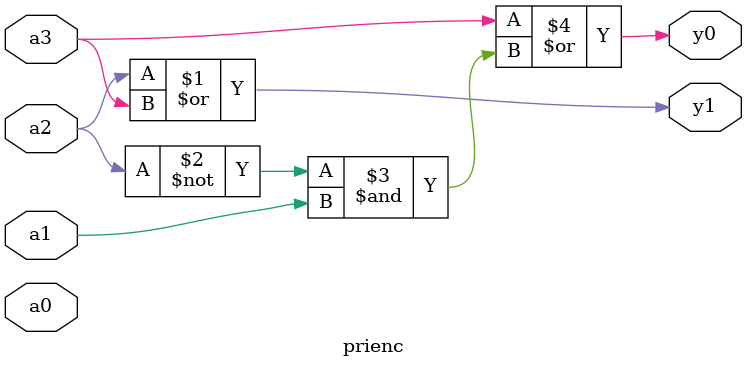
<source format=v>
module prienc(a3, a2, a1, a0, y1, y0);
input a3, a2, a1, a0;
output y1, y0;
assign y1 = a2 | a3;
assign y0 = a3 | (~a2 & a1);
endmodule


</source>
